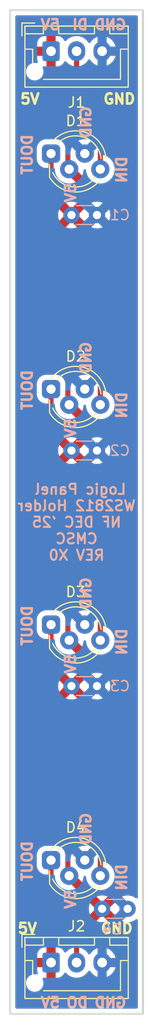
<source format=kicad_pcb>
(kicad_pcb (version 20241229) (generator "pcbnew") (generator_version "9.0")
  (layers (0 "F.Cu" signal) (2 "B.Cu" signal) (13 "F.Paste" user) (15 "B.Paste" user) (5 "F.SilkS" user "F.Silkscreen") (7 "B.SilkS" user "B.Silkscreen") (1 "F.Mask" user) (3 "B.Mask" user) (25 "Edge.Cuts" user))
  (net 0 "")
  (net 1 "Net-(D1-DOUT)")
  (net 2 "+5V")
  (net 3 "GND")
  (net 4 "Net-(D1-DIN)")
  (net 5 "Net-(D2-DOUT)")
  (net 6 "Net-(D3-DOUT)")
  (net 7 "Net-(D4-DOUT)")
  (footprint "LED_THT:LED_D5.0mm-4_RGB_Staggered_Pins" (layer "F.Cu") (at 130 113)
    (property "Reference" "D2" (at 2.413 -3.198 0) (layer "F.SilkS"))
    (property "Value" "NeoPixel_THT")
    (fp_line (start -0.147 1.061188) (end -0.147 2.307) (stroke (width 0.12)) (layer "F.SilkS"))
    (fp_arc (start 0.028 -1.038) (mid 3.238737 -2.109652) (end 5.389836 0.503784) (stroke (width 0.12)) (layer "F.SilkS"))
    (fp_arc (start 0.660401 -1.015999) (mid 3.242766 -1.592649) (end 4.89309 0.475579) (stroke (width 0.12)) (layer "F.SilkS"))
    (fp_arc (start 4.372086 2.315056) (mid 2.134091 3.246393) (end 0.158316 1.842) (stroke (width 0.12)) (layer "F.SilkS"))
    (fp_arc (start 4.804334 2.556887) (mid 2.262188 3.748194) (end -0.147 2.30683) (stroke (width 0.12)) (layer "F.SilkS"))
    (pad "1" thru_hole roundrect (at 0 0) (size 1.8 1.8) (drill 0.9) (layers "*.Cu" "*.Mask") (net 5 "Net-(D2-DOUT)"))
    (pad "2" thru_hole circle (at 1.778 1.524) (size 1.8 1.8) (drill 0.9) (layers "*.Cu" "*.Mask") (net 2 "+5V"))
    (pad "3" thru_hole circle (at 3.302 0) (size 1.8 1.8) (drill 0.9) (layers "*.Cu" "*.Mask") (net 3 "GND"))
    (pad "4" thru_hole circle (at 4.826 1.524) (size 1.8 1.8) (drill 0.9) (layers "*.Cu" "*.Mask") (net 1 "Net-(D1-DOUT)"))
  )
  (footprint "Connector_JST:JST_XH_B3B-XH-AM_1x03_P2.50mm_Vertical" (layer "F.Cu") (at 130 80)
    (property "Reference" "J1" (at 2.5 5 0) (layer "F.SilkS"))
    (property "Value" "Conn_01x03_Pin")
    (fp_line (start -2.85 -2.75) (end -2.85 -1.5) (stroke (width 0.12)) (layer "F.SilkS"))
    (fp_line (start -2.56 -2.46) (end -2.56 3.51) (stroke (width 0.12)) (layer "F.SilkS"))
    (fp_line (start -2.56 3.51) (end 7.56 3.51) (stroke (width 0.12)) (layer "F.SilkS"))
    (fp_line (start -2.55 -2.45) (end -2.55 -1.7) (stroke (width 0.12)) (layer "F.SilkS"))
    (fp_line (start -2.55 -1.7) (end -0.75 -1.7) (stroke (width 0.12)) (layer "F.SilkS"))
    (fp_line (start -2.55 -0.2) (end -1.8 -0.2) (stroke (width 0.12)) (layer "F.SilkS"))
    (fp_line (start -1.8 -0.2) (end -1.8 1.14) (stroke (width 0.12)) (layer "F.SilkS"))
    (fp_line (start -1.6 -2.75) (end -2.85 -2.75) (stroke (width 0.12)) (layer "F.SilkS"))
    (fp_line (start -0.75 -2.45) (end -2.55 -2.45) (stroke (width 0.12)) (layer "F.SilkS"))
    (fp_line (start -0.75 -1.7) (end -0.75 -2.45) (stroke (width 0.12)) (layer "F.SilkS"))
    (fp_line (start 0.75 -2.45) (end 0.75 -1.7) (stroke (width 0.12)) (layer "F.SilkS"))
    (fp_line (start 0.75 -1.7) (end 4.25 -1.7) (stroke (width 0.12)) (layer "F.SilkS"))
    (fp_line (start 2.5 2.75) (end -0.74 2.75) (stroke (width 0.12)) (layer "F.SilkS"))
    (fp_line (start 4.25 -2.45) (end 0.75 -2.45) (stroke (width 0.12)) (layer "F.SilkS"))
    (fp_line (start 4.25 -1.7) (end 4.25 -2.45) (stroke (width 0.12)) (layer "F.SilkS"))
    (fp_line (start 5.75 -2.45) (end 5.75 -1.7) (stroke (width 0.12)) (layer "F.SilkS"))
    (fp_line (start 5.75 -1.7) (end 7.55 -1.7) (stroke (width 0.12)) (layer "F.SilkS"))
    (fp_line (start 6.8 -0.2) (end 6.8 2.75) (stroke (width 0.12)) (layer "F.SilkS"))
    (fp_line (start 6.8 2.75) (end 2.5 2.75) (stroke (width 0.12)) (layer "F.SilkS"))
    (fp_line (start 7.55 -2.45) (end 5.75 -2.45) (stroke (width 0.12)) (layer "F.SilkS"))
    (fp_line (start 7.55 -1.7) (end 7.55 -2.45) (stroke (width 0.12)) (layer "F.SilkS"))
    (fp_line (start 7.55 -0.2) (end 6.8 -0.2) (stroke (width 0.12)) (layer "F.SilkS"))
    (fp_line (start 7.56 -2.46) (end -2.56 -2.46) (stroke (width 0.12)) (layer "F.SilkS"))
    (fp_line (start 7.56 3.51) (end 7.56 -2.46) (stroke (width 0.12)) (layer "F.SilkS"))
    (pad "" np_thru_hole circle (at -1.6 2) (size 1.2 1.2) (drill 1.2) (layers "*.Cu" "*.Mask"))
    (pad "1" thru_hole roundrect (at 0 0) (size 1.7 1.95) (drill 0.95) (layers "*.Cu" "*.Mask") (roundrect_rratio 0.147059) (net 2 "+5V"))
    (pad "2" thru_hole oval (at 2.5 0) (size 1.7 1.95) (drill 0.95) (layers "*.Cu" "*.Mask") (net 4 "Net-(D1-DIN)"))
    (pad "3" thru_hole oval (at 5 0) (size 1.7 1.95) (drill 0.95) (layers "*.Cu" "*.Mask") (net 3 "GND"))
  )
  (footprint "LED_THT:LED_D5.0mm-4_RGB_Staggered_Pins" (layer "F.Cu") (at 130 90)
    (property "Reference" "D1" (at 2.413 -3.198 0) (layer "F.SilkS"))
    (property "Value" "NeoPixel_THT")
    (fp_line (start -0.147 1.061188) (end -0.147 2.307) (stroke (width 0.12)) (layer "F.SilkS"))
    (fp_arc (start 0.028 -1.038) (mid 3.238737 -2.109652) (end 5.389836 0.503784) (stroke (width 0.12)) (layer "F.SilkS"))
    (fp_arc (start 0.660401 -1.015999) (mid 3.242766 -1.592649) (end 4.89309 0.475579) (stroke (width 0.12)) (layer "F.SilkS"))
    (fp_arc (start 4.372086 2.315056) (mid 2.134091 3.246393) (end 0.158316 1.842) (stroke (width 0.12)) (layer "F.SilkS"))
    (fp_arc (start 4.804334 2.556887) (mid 2.262188 3.748194) (end -0.147 2.30683) (stroke (width 0.12)) (layer "F.SilkS"))
    (pad "1" thru_hole roundrect (at 0 0) (size 1.8 1.8) (drill 0.9) (layers "*.Cu" "*.Mask") (net 1 "Net-(D1-DOUT)"))
    (pad "2" thru_hole circle (at 1.778 1.524) (size 1.8 1.8) (drill 0.9) (layers "*.Cu" "*.Mask") (net 2 "+5V"))
    (pad "3" thru_hole circle (at 3.302 0) (size 1.8 1.8) (drill 0.9) (layers "*.Cu" "*.Mask") (net 3 "GND"))
    (pad "4" thru_hole circle (at 4.826 1.524) (size 1.8 1.8) (drill 0.9) (layers "*.Cu" "*.Mask") (net 4 "Net-(D1-DIN)"))
  )
  (footprint "Connector_JST:JST_XH_B3B-XH-AM_1x03_P2.50mm_Vertical" (layer "F.Cu") (at 130 169)
    (property "Reference" "J2" (at 2.5 -3.55 0) (layer "F.SilkS"))
    (property "Value" "Conn_01x03_Pin")
    (fp_line (start -2.85 -2.75) (end -2.85 -1.5) (stroke (width 0.12)) (layer "F.SilkS"))
    (fp_line (start -2.56 -2.46) (end -2.56 3.51) (stroke (width 0.12)) (layer "F.SilkS"))
    (fp_line (start -2.56 3.51) (end 7.56 3.51) (stroke (width 0.12)) (layer "F.SilkS"))
    (fp_line (start -2.55 -2.45) (end -2.55 -1.7) (stroke (width 0.12)) (layer "F.SilkS"))
    (fp_line (start -2.55 -1.7) (end -0.75 -1.7) (stroke (width 0.12)) (layer "F.SilkS"))
    (fp_line (start -2.55 -0.2) (end -1.8 -0.2) (stroke (width 0.12)) (layer "F.SilkS"))
    (fp_line (start -1.8 -0.2) (end -1.8 1.14) (stroke (width 0.12)) (layer "F.SilkS"))
    (fp_line (start -1.6 -2.75) (end -2.85 -2.75) (stroke (width 0.12)) (layer "F.SilkS"))
    (fp_line (start -0.75 -2.45) (end -2.55 -2.45) (stroke (width 0.12)) (layer "F.SilkS"))
    (fp_line (start -0.75 -1.7) (end -0.75 -2.45) (stroke (width 0.12)) (layer "F.SilkS"))
    (fp_line (start 0.75 -2.45) (end 0.75 -1.7) (stroke (width 0.12)) (layer "F.SilkS"))
    (fp_line (start 0.75 -1.7) (end 4.25 -1.7) (stroke (width 0.12)) (layer "F.SilkS"))
    (fp_line (start 2.5 2.75) (end -0.74 2.75) (stroke (width 0.12)) (layer "F.SilkS"))
    (fp_line (start 4.25 -2.45) (end 0.75 -2.45) (stroke (width 0.12)) (layer "F.SilkS"))
    (fp_line (start 4.25 -1.7) (end 4.25 -2.45) (stroke (width 0.12)) (layer "F.SilkS"))
    (fp_line (start 5.75 -2.45) (end 5.75 -1.7) (stroke (width 0.12)) (layer "F.SilkS"))
    (fp_line (start 5.75 -1.7) (end 7.55 -1.7) (stroke (width 0.12)) (layer "F.SilkS"))
    (fp_line (start 6.8 -0.2) (end 6.8 2.75) (stroke (width 0.12)) (layer "F.SilkS"))
    (fp_line (start 6.8 2.75) (end 2.5 2.75) (stroke (width 0.12)) (layer "F.SilkS"))
    (fp_line (start 7.55 -2.45) (end 5.75 -2.45) (stroke (width 0.12)) (layer "F.SilkS"))
    (fp_line (start 7.55 -1.7) (end 7.55 -2.45) (stroke (width 0.12)) (layer "F.SilkS"))
    (fp_line (start 7.55 -0.2) (end 6.8 -0.2) (stroke (width 0.12)) (layer "F.SilkS"))
    (fp_line (start 7.56 -2.46) (end -2.56 -2.46) (stroke (width 0.12)) (layer "F.SilkS"))
    (fp_line (start 7.56 3.51) (end 7.56 -2.46) (stroke (width 0.12)) (layer "F.SilkS"))
    (pad "" np_thru_hole circle (at -1.6 2) (size 1.2 1.2) (drill 1.2) (layers "*.Cu" "*.Mask"))
    (pad "1" thru_hole roundrect (at 0 0) (size 1.7 1.95) (drill 0.95) (layers "*.Cu" "*.Mask") (roundrect_rratio 0.147059) (net 2 "+5V"))
    (pad "2" thru_hole oval (at 2.5 0) (size 1.7 1.95) (drill 0.95) (layers "*.Cu" "*.Mask") (net 7 "Net-(D4-DOUT)"))
    (pad "3" thru_hole oval (at 5 0) (size 1.7 1.95) (drill 0.95) (layers "*.Cu" "*.Mask") (net 3 "GND"))
  )
  (footprint "LED_THT:LED_D5.0mm-4_RGB_Staggered_Pins" (layer "F.Cu") (at 130 136)
    (property "Reference" "D3" (at 2.413 -3.198 0) (layer "F.SilkS"))
    (property "Value" "NeoPixel_THT")
    (fp_line (start -0.147 1.061188) (end -0.147 2.307) (stroke (width 0.12)) (layer "F.SilkS"))
    (fp_arc (start 0.028 -1.038) (mid 3.238737 -2.109652) (end 5.389836 0.503784) (stroke (width 0.12)) (layer "F.SilkS"))
    (fp_arc (start 0.660401 -1.015999) (mid 3.242766 -1.592649) (end 4.89309 0.475579) (stroke (width 0.12)) (layer "F.SilkS"))
    (fp_arc (start 4.372086 2.315056) (mid 2.134091 3.246393) (end 0.158316 1.842) (stroke (width 0.12)) (layer "F.SilkS"))
    (fp_arc (start 4.804334 2.556887) (mid 2.262188 3.748194) (end -0.147 2.30683) (stroke (width 0.12)) (layer "F.SilkS"))
    (pad "1" thru_hole roundrect (at 0 0) (size 1.8 1.8) (drill 0.9) (layers "*.Cu" "*.Mask") (net 6 "Net-(D3-DOUT)"))
    (pad "2" thru_hole circle (at 1.778 1.524) (size 1.8 1.8) (drill 0.9) (layers "*.Cu" "*.Mask") (net 2 "+5V"))
    (pad "3" thru_hole circle (at 3.302 0) (size 1.8 1.8) (drill 0.9) (layers "*.Cu" "*.Mask") (net 3 "GND"))
    (pad "4" thru_hole circle (at 4.826 1.524) (size 1.8 1.8) (drill 0.9) (layers "*.Cu" "*.Mask") (net 5 "Net-(D2-DOUT)"))
  )
  (footprint "LED_THT:LED_D5.0mm-4_RGB_Staggered_Pins" (layer "F.Cu") (at 130 159)
    (property "Reference" "D4" (at 2.413 -3.198 0) (layer "F.SilkS"))
    (property "Value" "NeoPixel_THT")
    (fp_line (start -0.147 1.061188) (end -0.147 2.307) (stroke (width 0.12)) (layer "F.SilkS"))
    (fp_arc (start 0.028 -1.038) (mid 3.238737 -2.109652) (end 5.389836 0.503784) (stroke (width 0.12)) (layer "F.SilkS"))
    (fp_arc (start 0.660401 -1.015999) (mid 3.242766 -1.592649) (end 4.89309 0.475579) (stroke (width 0.12)) (layer "F.SilkS"))
    (fp_arc (start 4.372086 2.315056) (mid 2.134091 3.246393) (end 0.158316 1.842) (stroke (width 0.12)) (layer "F.SilkS"))
    (fp_arc (start 4.804334 2.556887) (mid 2.262188 3.748194) (end -0.147 2.30683) (stroke (width 0.12)) (layer "F.SilkS"))
    (pad "1" thru_hole roundrect (at 0 0) (size 1.8 1.8) (drill 0.9) (layers "*.Cu" "*.Mask") (net 7 "Net-(D4-DOUT)"))
    (pad "2" thru_hole circle (at 1.778 1.524) (size 1.8 1.8) (drill 0.9) (layers "*.Cu" "*.Mask") (net 2 "+5V"))
    (pad "3" thru_hole circle (at 3.302 0) (size 1.8 1.8) (drill 0.9) (layers "*.Cu" "*.Mask") (net 3 "GND"))
    (pad "4" thru_hole circle (at 4.826 1.524) (size 1.8 1.8) (drill 0.9) (layers "*.Cu" "*.Mask") (net 6 "Net-(D3-DOUT)"))
  )
  (footprint "Capacitor_THT:C_Disc_D3.0mm_W1.6mm_P2.50mm" (layer "B.Cu") (at 135 163.75)
    (property "Reference" "C4" (at 1 2 0) (layer "B.SilkS") (effects (justify mirror)))
    (property "Value" "C")
    (fp_line (start 0.485 -0.92) (end 2.015 -0.92) (stroke (width 0.12)) (layer "B.SilkS"))
    (fp_line (start 0.485 0.92) (end 2.015 0.92) (stroke (width 0.12)) (layer "B.SilkS"))
    (pad "1" thru_hole circle (at 0 0) (size 1.6 1.6) (drill 0.8) (layers "*.Cu" "*.Mask") (net 2 "+5V"))
    (pad "2" thru_hole circle (at 2.5 0) (size 1.6 1.6) (drill 0.8) (layers "*.Cu" "*.Mask") (net 3 "GND"))
  )
  (footprint "Capacitor_THT:C_Disc_D3.0mm_W1.6mm_P2.50mm" (layer "B.Cu") (at 132 142)
    (property "Reference" "C3" (at 4.75 0 0) (layer "B.SilkS") (effects (justify mirror)))
    (property "Value" "C")
    (fp_line (start 0.485 -0.92) (end 2.015 -0.92) (stroke (width 0.12)) (layer "B.SilkS"))
    (fp_line (start 0.485 0.92) (end 2.015 0.92) (stroke (width 0.12)) (layer "B.SilkS"))
    (pad "1" thru_hole circle (at 0 0) (size 1.6 1.6) (drill 0.8) (layers "*.Cu" "*.Mask") (net 2 "+5V"))
    (pad "2" thru_hole circle (at 2.5 0) (size 1.6 1.6) (drill 0.8) (layers "*.Cu" "*.Mask") (net 3 "GND"))
  )
  (footprint "Capacitor_THT:C_Disc_D3.0mm_W1.6mm_P2.50mm" (layer "B.Cu") (at 132 119)
    (property "Reference" "C2" (at 4.75 0 0) (layer "B.SilkS") (effects (justify mirror)))
    (property "Value" "C")
    (fp_line (start 0.485 -0.92) (end 2.015 -0.92) (stroke (width 0.12)) (layer "B.SilkS"))
    (fp_line (start 0.485 0.92) (end 2.015 0.92) (stroke (width 0.12)) (layer "B.SilkS"))
    (pad "1" thru_hole circle (at 0 0) (size 1.6 1.6) (drill 0.8) (layers "*.Cu" "*.Mask") (net 2 "+5V"))
    (pad "2" thru_hole circle (at 2.5 0) (size 1.6 1.6) (drill 0.8) (layers "*.Cu" "*.Mask") (net 3 "GND"))
  )
  (footprint "Capacitor_THT:C_Disc_D3.0mm_W1.6mm_P2.50mm" (layer "B.Cu") (at 132 96)
    (property "Reference" "C1" (at 4.75 0 0) (layer "B.SilkS") (effects (justify mirror)))
    (property "Value" "C")
    (fp_line (start 0.485 -0.92) (end 2.015 -0.92) (stroke (width 0.12)) (layer "B.SilkS"))
    (fp_line (start 0.485 0.92) (end 2.015 0.92) (stroke (width 0.12)) (layer "B.SilkS"))
    (pad "1" thru_hole circle (at 0 0) (size 1.6 1.6) (drill 0.8) (layers "*.Cu" "*.Mask") (net 2 "+5V"))
    (pad "2" thru_hole circle (at 2.5 0) (size 1.6 1.6) (drill 0.8) (layers "*.Cu" "*.Mask") (net 3 "GND"))
  )
  (gr_rect (start 126 76) (end 139 174) (stroke (width 0.2)) (fill no) (layer "Edge.Cuts"))
  (gr_text "5V" (at 129 85.25 0) (layer "F.SilkS") (effects (font (size 1 1) (thickness 0.25) (bold yes)) (justify right bottom)))
  (gr_text "5V" (at 128.75 166.25 0) (layer "F.SilkS") (effects (font (size 1 1) (thickness 0.25) (bold yes)) (justify right bottom)))
  (gr_text "GND" (at 134.75 166.25 0) (layer "F.SilkS") (effects (font (size 1 1) (thickness 0.25) (bold yes)) (justify left bottom)))
  (gr_text "GND" (at 135 85.25 0) (layer "F.SilkS") (effects (font (size 1 1) (thickness 0.25) (bold yes)) (justify left bottom)))
  (gr_text "GND" (at 137.5 173.5 0) (layer "B.SilkS") (effects (font (size 1 1) (thickness 0.25) (bold yes)) (justify left bottom mirror)))
  (gr_text "5V" (at 131 78 0) (layer "B.SilkS") (effects (font (size 1 1) (thickness 0.25) (bold yes)) (justify left bottom mirror)))
  (gr_text "DO" (at 133.75 173.5 0) (layer "B.SilkS") (effects (font (size 1 1) (thickness 0.25) (bold yes)) (justify left bottom mirror)))
  (gr_text "GND" (at 134 154.25 90) (layer "B.SilkS") (effects (font (size 1 1) (thickness 0.25) (bold yes)) (justify left bottom mirror)))
  (gr_text "5V" (at 132.5 92.75 90) (layer "B.SilkS") (effects (font (size 1 1) (thickness 0.25) (bold yes)) (justify left bottom mirror)))
  (gr_text "DOUT" (at 128.25 111 90) (layer "B.SilkS") (effects (font (size 1 1) (thickness 0.25) (bold yes)) (justify left bottom mirror)))
  (gr_text "DOUT" (at 128.25 134 90) (layer "B.SilkS") (effects (font (size 1 1) (thickness 0.25) (bold yes)) (justify left bottom mirror)))
  (gr_text "DI" (at 133.75 78 0) (layer "B.SilkS") (effects (font (size 1 1) (thickness 0.25) (bold yes)) (justify left bottom mirror)))
  (gr_text "DIN" (at 137.5 136.25 90) (layer "B.SilkS") (effects (font (size 1 1) (thickness 0.25) (bold yes)) (justify left bottom mirror)))
  (gr_text "GND" (at 134 108.25 90) (layer "B.SilkS") (effects (font (size 1 1) (thickness 0.25) (bold yes)) (justify left bottom mirror)))
  (gr_text "DIN" (at 137.5 93 90) (layer "B.SilkS") (effects (font (size 1 1) (thickness 0.25) (bold yes)) (justify right bottom mirror)))
  (gr_text "DOUT" (at 128.25 88 90) (layer "B.SilkS") (effects (font (size 1 1) (thickness 0.25) (bold yes)) (justify left bottom mirror)))
  (gr_text "GND" (at 137.5 78 0) (layer "B.SilkS") (effects (font (size 1 1) (thickness 0.25) (bold yes)) (justify left bottom mirror)))
  (gr_text "Logic Panel \nWS2812 Holder\nNF DEC '25\nCMSC\nREV X0" (at 132.5 126 0) (layer "B.SilkS") (effects (font (size 1 1) (thickness 0.2) (bold yes)) (justify mirror)))
  (gr_text "5V" (at 132.5 115.75 90) (layer "B.SilkS") (effects (font (size 1 1) (thickness 0.25) (bold yes)) (justify left bottom mirror)))
  (gr_text "5V" (at 131 173.5 0) (layer "B.SilkS") (effects (font (size 1 1) (thickness 0.25) (bold yes)) (justify left bottom mirror)))
  (gr_text "DOUT" (at 128.25 157 90) (layer "B.SilkS") (effects (font (size 1 1) (thickness 0.25) (bold yes)) (justify left bottom mirror)))
  (gr_text "DIN" (at 137.5 116 90) (layer "B.SilkS") (effects (font (size 1 1) (thickness 0.25) (bold yes)) (justify right bottom mirror)))
  (gr_text "GND" (at 134 131.25 90) (layer "B.SilkS") (effects (font (size 1 1) (thickness 0.25) (bold yes)) (justify left bottom mirror)))
  (gr_text "5V" (at 132.5 138.75 90) (layer "B.SilkS") (effects (font (size 1 1) (thickness 0.25) (bold yes)) (justify left bottom mirror)))
  (gr_text "5V" (at 132.5 161.75 90) (layer "B.SilkS") (effects (font (size 1 1) (thickness 0.25) (bold yes)) (justify left bottom mirror)))
  (gr_text "DIN" (at 137.5 159.25 90) (layer "B.SilkS") (effects (font (size 1 1) (thickness 0.25) (bold yes)) (justify left bottom mirror)))
  (gr_text "GND" (at 134 85.25 90) (layer "B.SilkS") (effects (font (size 1 1) (thickness 0.25) (bold yes)) (justify left bottom mirror)))
  (segment (start 134.826 103.826) (end 134.826 114.524) (width 0.5) (layer "F.Cu") (net 1))
  (segment (start 130 99) (end 134.826 103.826) (width 0.5) (layer "F.Cu") (net 1))
  (segment (start 130 90) (end 130 99) (width 0.5) (layer "F.Cu") (net 1))
  (segment (start 131.778 137.498) (end 131.65 137.37) (width 0.5) (layer "F.Cu") (net 2))
  (segment (start 131.778 160.498) (end 131.65 160.37) (width 0.5) (layer "F.Cu") (net 2))
  (segment (start 131.65 91.37) (end 131.65 89.13) (width 0.5) (layer "F.Cu") (net 2))
  (segment (start 131.65 137.37) (end 131.65 135.13) (width 0.5) (layer "F.Cu") (net 2))
  (segment (start 131.778 114.524) (end 131.65 114.396) (width 0.5) (layer "F.Cu") (net 2))
  (segment (start 131.65 114.396) (end 131.65 112.156) (width 0.5) (layer "F.Cu") (net 2))
  (segment (start 131.778 91.498) (end 131.65 91.37) (width 0.5) (layer "F.Cu") (net 2))
  (segment (start 131.65 160.37) (end 131.65 158.13) (width 0.5) (layer "F.Cu") (net 2))
  (segment (start 134.826 85.826) (end 134.826 91.524) (width 0.5) (layer "F.Cu") (net 4))
  (segment (start 132.5 83.5) (end 134.826 85.826) (width 0.5) (layer "F.Cu") (net 4))
  (segment (start 132.5 80) (end 132.5 83.5) (width 0.5) (layer "F.Cu") (net 4))
  (segment (start 130 113) (end 130 125) (width 0.5) (layer "F.Cu") (net 5))
  (segment (start 134.826 129.826) (end 134.826 137.524) (width 0.5) (layer "F.Cu") (net 5))
  (segment (start 130 125) (end 134.826 129.826) (width 0.5) (layer "F.Cu") (net 5))
  (segment (start 130 136) (end 130 145) (width 0.5) (layer "F.Cu") (net 6))
  (segment (start 130 145) (end 134.826 149.826) (width 0.5) (layer "F.Cu") (net 6))
  (segment (start 134.826 149.826) (end 134.826 160.524) (width 0.5) (layer "F.Cu") (net 6))
  (segment (start 130 163) (end 132.5 165.5) (width 0.5) (layer "F.Cu") (net 7))
  (segment (start 130 159) (end 130 163) (width 0.5) (layer "F.Cu") (net 7))
  (segment (start 132.5 165.5) (end 132.5 169) (width 0.5) (layer "F.Cu") (net 7))
  (zone (net 2) (net_name "+5V") (layer "F.Cu") (connect_pads (clearance 0.5)) (min_thickness 0.25) (fill yes (thermal_gap 0.5) (thermal_bridge_width 0.9))
    (polygon (pts (xy 125 75) (xy 140 75) (xy 140 175) (xy 125 175)))
  )
  (zone (net 3) (net_name "GND") (layer "B.Cu") (priority 1) (connect_pads (clearance 0.5)) (min_thickness 0.25) (fill yes (thermal_gap 0.5) (thermal_bridge_width 0.9))
    (polygon (pts (xy 140 175) (xy 140 75) (xy 125 75) (xy 125 175)))
  )
)
</source>
